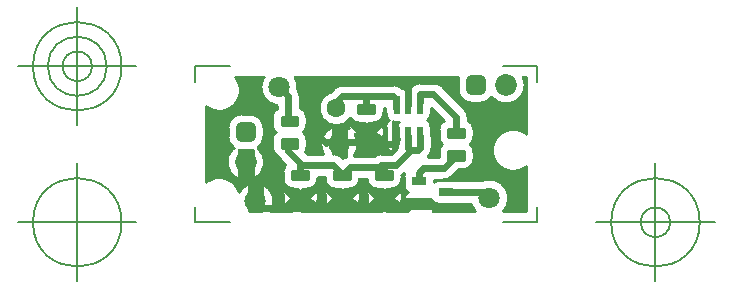
<source format=gbr>
G04 Generated by Ultiboard 14.0 *
%FSLAX34Y34*%
%MOMM*%

%ADD10C,0.0001*%
%ADD11C,0.2540*%
%ADD12C,0.6000*%
%ADD13C,0.5800*%
%ADD14C,0.1270*%
%ADD15C,1.6000*%
%ADD16R,1.2000X0.6800*%
%ADD17R,1.1800X0.5700*%
%ADD18C,0.4200*%
%ADD19R,0.5800X1.5000*%
%ADD20C,1.8500*%
%ADD21R,0.7051X0.7051*%
%ADD22C,0.9949*%
%ADD23C,1.8000*%
%ADD24R,1.1800X0.5800*%


G04 ColorRGB 00FF00 for the following layer *
%LNCopper Top*%
%LPD*%
G54D10*
G36*
X224211Y883103D02*
X224211Y883103D01*
X188486Y883103D01*
G74*
D01*
G03X189259Y886042I6026J3156*
G01*
X189259Y886042D01*
X163661Y886042D01*
G74*
D01*
G03X164434Y883103I6799J217*
G01*
X164434Y883103D01*
X155101Y883103D01*
G74*
D01*
G03X155149Y883113I1794J8730*
G01*
X155149Y883113D01*
X147320Y889357D01*
X139491Y883113D01*
G74*
D01*
G03X139539Y883103I1842J8721*
G01*
X139539Y883103D01*
X119541Y883103D01*
G74*
D01*
G03X119589Y883113I1794J8730*
G01*
X119589Y883113D01*
X111760Y889357D01*
X103931Y883113D01*
G74*
D01*
G03X103979Y883103I1842J8721*
G01*
X103979Y883103D01*
X83732Y883103D01*
G74*
D01*
G03X84037Y883165I1623J8763*
G01*
X84037Y883165D01*
X76200Y889389D01*
X68363Y883165D01*
G74*
D01*
G03X68668Y883103I1928J8702*
G01*
X68668Y883103D01*
X51423Y883103D01*
G75*
D01*
G03X43692Y906285I-13322J8437*
G01*
X43692Y906285D01*
X43692Y883103D01*
X32508Y883103D01*
X32508Y906285D01*
G74*
D01*
G03X24523Y899563I5591J14745*
G01*
G75*
D01*
G03X-3357Y908054I-16903J-5483*
G01*
X-3357Y908054D01*
X-3357Y971546D01*
G75*
D01*
G03X21594Y996497I10982J13969*
G01*
X21594Y996497D01*
X45097Y996497D01*
G75*
D01*
G03X56223Y972444I13322J-8438*
G01*
X56223Y972444D01*
X56223Y969795D01*
G74*
D01*
G03X52187Y962335I4876J7460*
G01*
X52187Y962335D01*
X52187Y956635D01*
G75*
D01*
G03X55194Y949960I8913J0*
G01*
G74*
D01*
G03X52187Y943285I5905J6675*
G01*
X52187Y943285D01*
X52187Y937585D01*
G75*
D01*
G03X57262Y929541I8913J0*
G01*
G74*
D01*
G03X59098Y926996I8777J4397*
G01*
X59098Y926996D01*
X63600Y922493D01*
G74*
D01*
G03X61387Y916615I6699J5878*
G01*
X61387Y916615D01*
X61387Y910915D01*
G75*
D01*
G03X70300Y902002I8913J0*
G01*
X70300Y902002D01*
X73731Y902002D01*
X76200Y900041D01*
X78669Y902002D01*
X82100Y902002D01*
G75*
D01*
G03X91013Y910915I0J8913*
G01*
X91013Y910915D01*
X91013Y912203D01*
X96947Y912203D01*
X96947Y910865D01*
G75*
D01*
G03X105860Y901952I8913J0*
G01*
X105860Y901952D01*
X109404Y901952D01*
X111760Y900073D01*
X114116Y901952D01*
X117660Y901952D01*
G74*
D01*
G03X126562Y910421I0J8913*
G01*
X126562Y910421D01*
X132518Y910421D01*
G75*
D01*
G03X141420Y901952I8902J444*
G01*
X141420Y901952D01*
X144964Y901952D01*
X147320Y900073D01*
X149676Y901952D01*
X153220Y901952D01*
G75*
D01*
G03X162133Y910865I0J8913*
G01*
X162133Y910865D01*
X162133Y913375D01*
G74*
D01*
G03X164310Y914968I4654J8644*
G01*
G74*
D01*
G03X163657Y912060I6149J2908*
G01*
X163657Y912060D01*
X163657Y905260D01*
G75*
D01*
G03X167449Y899160I6803J0*
G01*
G74*
D01*
G03X163661Y893278I3011J6100*
G01*
X163661Y893278D01*
X187126Y893278D01*
G75*
D01*
G03X193460Y888957I6333J2481*
G01*
X193460Y888957D01*
X202991Y888957D01*
G75*
D01*
G03X204540Y888840I1550J10202*
G01*
X204540Y888840D01*
X220817Y888840D01*
G74*
D01*
G03X224211Y883103I15402J5239*
G01*
D02*
G37*
%LPC*%
G36*
X26250Y924600D02*
G75*
D01*
G03X26250Y924600I3750J0*
G01*
D02*
G37*
G36*
X161573Y888706D02*
G75*
D01*
G03X162133Y891815I-8352J3109*
G01*
X162133Y891815D01*
X162133Y897615D01*
G74*
D01*
G03X161573Y900724I8913J0*
G01*
X161573Y900724D01*
X154039Y894715D01*
X161573Y888706D01*
D02*
G37*
G36*
X35100Y891540D02*
G75*
D01*
G03X35100Y891540I3000J0*
G01*
D02*
G37*
G36*
X24319Y934872D02*
G74*
D01*
G03X26475Y934673I2158J11602*
G01*
X26475Y934673D01*
X33525Y934673D01*
G75*
D01*
G03X35681Y934872I-2J11802*
G01*
X35681Y934872D01*
X35681Y909621D01*
G75*
D01*
G03X40338Y936838I-5681J14979*
G01*
G75*
D01*
G03X45327Y946475I-6813J9637*
G01*
X45327Y946475D01*
X45327Y953525D01*
G74*
D01*
G03X33525Y965327I11802J0*
G01*
X33525Y965327D01*
X26475Y965327D01*
G75*
D01*
G03X14673Y953525I0J-11802*
G01*
X14673Y953525D01*
X14673Y946475D01*
G75*
D01*
G03X19662Y936838I11802J0*
G01*
G75*
D01*
G03X24319Y909621I10338J-12238*
G01*
X24319Y909621D01*
X24319Y934872D01*
D02*
G37*
G36*
X90444Y900699D02*
X90444Y900699D01*
X82908Y894715D01*
X90444Y888731D01*
G75*
D01*
G03X91013Y891865I-8344J3134*
G01*
X91013Y891865D01*
X91013Y897565D01*
G74*
D01*
G03X90444Y900699I8913J0*
G01*
D02*
G37*
G36*
X133067Y888706D02*
X133067Y888706D01*
X140601Y894715D01*
X133067Y900724D01*
G74*
D01*
G03X132507Y897615I8352J3109*
G01*
X132507Y897615D01*
X132507Y891815D01*
G75*
D01*
G03X133067Y888706I8913J0*
G01*
D02*
G37*
G36*
X61956Y900699D02*
G74*
D01*
G03X61387Y897565I8344J3134*
G01*
X61387Y897565D01*
X61387Y891865D01*
G75*
D01*
G03X61956Y888731I8913J0*
G01*
X61956Y888731D01*
X69492Y894715D01*
X61956Y900699D01*
D02*
G37*
G36*
X97507Y888706D02*
X97507Y888706D01*
X105041Y894715D01*
X97507Y900724D01*
G74*
D01*
G03X96947Y897615I8352J3109*
G01*
X96947Y897615D01*
X96947Y891815D01*
G75*
D01*
G03X97507Y888706I8913J0*
G01*
D02*
G37*
G36*
X126013Y888706D02*
G75*
D01*
G03X126573Y891815I-8352J3109*
G01*
X126573Y891815D01*
X126573Y897615D01*
G74*
D01*
G03X126013Y900724I8913J0*
G01*
X126013Y900724D01*
X118479Y894715D01*
X126013Y888706D01*
D02*
G37*
%LPD*%
G36*
X223093Y946475D02*
G75*
D01*
G02X220086Y939800I-8913J0*
G01*
G74*
D01*
G02X223093Y933125I5905J6675*
G01*
X223093Y933125D01*
X223093Y927425D01*
G75*
D01*
G02X214180Y918512I-8913J0*
G01*
X214180Y918512D01*
X210401Y918512D01*
X204435Y912546D01*
G74*
D01*
G02X197485Y909663I6949J6934*
G01*
X197485Y909663D01*
X189263Y909663D01*
X189263Y907914D01*
G75*
D01*
G02X193460Y909363I4197J-5353*
G01*
X193460Y909363D01*
X202991Y909363D01*
G75*
D01*
G02X204540Y909480I1550J-10202*
G01*
X204540Y909480D01*
X230970Y909480D01*
G75*
D01*
G02X248229Y883103I5250J-15400*
G01*
X248229Y883103D01*
X267517Y883103D01*
X267517Y920746D01*
G75*
D01*
G02X267517Y948694I-10976J13974*
G01*
X267517Y948694D01*
X267517Y996497D01*
X265043Y996497D01*
G75*
D01*
G02X238162Y979662I-14640J-6502*
G01*
G74*
D01*
G02X228525Y974673I9637J6813*
G01*
X228525Y974673D01*
X221475Y974673D01*
G75*
D01*
G02X209673Y986475I0J11802*
G01*
X209673Y986475D01*
X209673Y993525D01*
G74*
D01*
G02X210053Y996497I11802J1*
G01*
X210053Y996497D01*
X71743Y996497D01*
G75*
D01*
G02X74067Y986092I-13322J-8438*
G01*
G74*
D01*
G02X75857Y980440I8027J5652*
G01*
X75857Y980440D01*
X75857Y970743D01*
G74*
D01*
G02X81813Y962335I2956J8407*
G01*
X81813Y962335D01*
X81813Y956635D01*
G75*
D01*
G02X78806Y949960I-8913J0*
G01*
G74*
D01*
G02X81813Y943285I5905J6675*
G01*
X81813Y943285D01*
X81813Y937585D01*
G75*
D01*
G02X80660Y933201I-8913J1*
G01*
X80660Y933201D01*
X82024Y931837D01*
X95608Y931837D01*
G75*
D01*
G02X103628Y954545I13612J7963*
G01*
X103628Y954545D01*
X103628Y931837D01*
X104140Y931837D01*
G74*
D01*
G02X111090Y928954I1J9817*
G01*
X111090Y928954D01*
X112217Y927827D01*
G74*
D01*
G02X114145Y929064I6229J7588*
G01*
G74*
D01*
G02X114812Y929359I4301J8823*
G01*
X114812Y929359D01*
X114812Y954545D01*
G74*
D01*
G02X117267Y953362I5592J14744*
G01*
X117267Y953362D01*
X117267Y953495D01*
G74*
D01*
G02X117827Y956604I8913J0*
G01*
X117827Y956604D01*
X125361Y950595D01*
X122497Y948310D01*
G75*
D01*
G02X124988Y939582I-13277J-8509*
G01*
X124988Y939582D01*
X132080Y945237D01*
X139909Y938993D01*
G74*
D01*
G02X137980Y938782I1928J8702*
G01*
X137980Y938782D01*
X126180Y938782D01*
G75*
D01*
G02X124962Y938866I3J8913*
G01*
G74*
D01*
G02X121619Y930056I15741J934*
G01*
X121619Y930056D01*
X139140Y930056D01*
G75*
D01*
G02X144780Y931837I5639J-8036*
G01*
X144780Y931837D01*
X153414Y931837D01*
X154441Y932864D01*
G75*
D01*
G02X148437Y939620I799J6756*
G01*
X148437Y939620D01*
X148437Y954620D01*
G74*
D01*
G02X151237Y960120I6803J1*
G01*
G75*
D01*
G02X148437Y965620I4002J5500*
G01*
X148437Y965620D01*
X148437Y966458D01*
G75*
D01*
G02X147663Y970280I9043J3821*
G01*
X147663Y970280D01*
X147663Y970623D01*
X146893Y970623D01*
X146893Y966745D01*
G75*
D01*
G02X137980Y957832I-8913J0*
G01*
X137980Y957832D01*
X134436Y957832D01*
X132080Y955953D01*
X129724Y957832D01*
X126180Y957832D01*
G75*
D01*
G02X118769Y961794I0J8913*
G01*
G75*
D01*
G02X101577Y984140I-12089J8485*
G01*
X101577Y984140D01*
X104818Y987382D01*
G74*
D01*
G02X110327Y990152I6941J6942*
G01*
G75*
D01*
G02X111760Y990257I1432J-9712*
G01*
X111760Y990257D01*
X154940Y990257D01*
G74*
D01*
G02X161890Y987374I1J9817*
G01*
X161890Y987374D01*
X161895Y987369D01*
G74*
D01*
G02X162890Y987166I858J6748*
G01*
G74*
D01*
G02X164199Y987401I1851J6545*
G01*
X164199Y987401D01*
X164199Y986645D01*
G74*
D01*
G02X167640Y982268I3159J6024*
G01*
G74*
D01*
G02X167940Y983186I6599J1649*
G01*
G75*
D01*
G02X177700Y991946I9760J-1057*
G01*
X177700Y991946D01*
X188810Y991946D01*
G75*
D01*
G02X188954Y991945I4J-9817*
G01*
G74*
D01*
G02X195761Y989062I143J9816*
G01*
X195761Y989062D01*
X215214Y969610D01*
G74*
D01*
G02X218097Y962660I6934J6949*
G01*
X218097Y962660D01*
X218097Y960181D01*
G74*
D01*
G02X223093Y952175I3916J8006*
G01*
X223093Y952175D01*
X223093Y946475D01*
D02*
G37*
%LPC*%
G36*
X106220Y939800D02*
G75*
D01*
G02X106220Y939800I3000J0*
G01*
D02*
G37*
G36*
X146333Y944586D02*
X146333Y944586D01*
X138799Y950595D01*
X146333Y956604D01*
G74*
D01*
G02X146893Y953495I8352J3109*
G01*
X146893Y953495D01*
X146893Y947695D01*
G75*
D01*
G02X146333Y944586I-8913J0*
G01*
D02*
G37*
%LPD*%
G36*
X196474Y939800D02*
G75*
D01*
G02X193467Y946475I5905J6675*
G01*
X193467Y946475D01*
X193467Y952175D01*
G74*
D01*
G02X197454Y959603I8913J0*
G01*
X197454Y959603D01*
X186843Y970214D01*
X186843Y965620D01*
G75*
D01*
G02X184043Y960120I-6803J1*
G01*
G74*
D01*
G02X186843Y954620I4002J5500*
G01*
X186843Y954620D01*
X186843Y950282D01*
G74*
D01*
G02X187617Y946460I9043J3821*
G01*
X187617Y946460D01*
X187617Y936477D01*
G75*
D01*
G02X184736Y929530I-9817J0*
G01*
X184736Y929530D01*
X184504Y929297D01*
X193419Y929297D01*
X193467Y929346D01*
X193467Y933125D01*
G74*
D01*
G02X196474Y939800I8913J0*
G01*
D02*
G37*
G36*
X154699Y958839D02*
X154699Y958839D01*
X154699Y933123D01*
X157825Y936249D01*
G75*
D01*
G02X157823Y936477I9815J200*
G01*
X157823Y936477D01*
X157823Y947120D01*
G74*
D01*
G02X157937Y948615I9817J3*
G01*
X157937Y948615D01*
X157937Y954620D01*
G74*
D01*
G02X159386Y958817I6803J0*
G01*
X159386Y958817D01*
X155240Y958817D01*
G75*
D01*
G02X154699Y958839I6J6803*
G01*
D02*
G37*
G54D11*
X26250Y924600D02*
G75*
D01*
G03X26250Y924600I3750J0*
G01*
X161573Y888706D02*
G75*
D01*
G03X162133Y891815I-8352J3109*
G01*
X162133Y897615D01*
G74*
D01*
G03X161573Y900724I8913J0*
G01*
X154039Y894715D01*
X161573Y888706D01*
X35100Y891540D02*
G75*
D01*
G03X35100Y891540I3000J0*
G01*
X24319Y934872D02*
G74*
D01*
G03X26475Y934673I2158J11602*
G01*
X33525Y934673D01*
G75*
D01*
G03X35681Y934872I-2J11802*
G01*
X35681Y909621D01*
G75*
D01*
G03X40338Y936838I-5681J14979*
G01*
G75*
D01*
G03X45327Y946475I-6813J9637*
G01*
X45327Y953525D01*
G74*
D01*
G03X33525Y965327I11802J0*
G01*
X26475Y965327D01*
G75*
D01*
G03X14673Y953525I0J-11802*
G01*
X14673Y946475D01*
G75*
D01*
G03X19662Y936838I11802J0*
G01*
G75*
D01*
G03X24319Y909621I10338J-12238*
G01*
X24319Y934872D01*
X90444Y900699D02*
X82908Y894715D01*
X90444Y888731D01*
G75*
D01*
G03X91013Y891865I-8344J3134*
G01*
X91013Y897565D01*
G74*
D01*
G03X90444Y900699I8913J0*
G01*
X133067Y888706D02*
X140601Y894715D01*
X133067Y900724D01*
G74*
D01*
G03X132507Y897615I8352J3109*
G01*
X132507Y891815D01*
G75*
D01*
G03X133067Y888706I8913J0*
G01*
X61956Y900699D02*
G74*
D01*
G03X61387Y897565I8344J3134*
G01*
X61387Y891865D01*
G75*
D01*
G03X61956Y888731I8913J0*
G01*
X69492Y894715D01*
X61956Y900699D01*
X97507Y888706D02*
X105041Y894715D01*
X97507Y900724D01*
G74*
D01*
G03X96947Y897615I8352J3109*
G01*
X96947Y891815D01*
G75*
D01*
G03X97507Y888706I8913J0*
G01*
X126013Y888706D02*
G75*
D01*
G03X126573Y891815I-8352J3109*
G01*
X126573Y897615D01*
G74*
D01*
G03X126013Y900724I8913J0*
G01*
X118479Y894715D01*
X126013Y888706D01*
X224211Y883103D02*
X188486Y883103D01*
G74*
D01*
G03X189259Y886042I6026J3156*
G01*
X163661Y886042D01*
G74*
D01*
G03X164434Y883103I6799J217*
G01*
X155101Y883103D01*
G74*
D01*
G03X155149Y883113I1794J8730*
G01*
X147320Y889357D01*
X139491Y883113D01*
G74*
D01*
G03X139539Y883103I1842J8721*
G01*
X119541Y883103D01*
G74*
D01*
G03X119589Y883113I1794J8730*
G01*
X111760Y889357D01*
X103931Y883113D01*
G74*
D01*
G03X103979Y883103I1842J8721*
G01*
X83732Y883103D01*
G74*
D01*
G03X84037Y883165I1623J8763*
G01*
X76200Y889389D01*
X68363Y883165D01*
G74*
D01*
G03X68668Y883103I1928J8702*
G01*
X51423Y883103D01*
G75*
D01*
G03X43692Y906285I-13322J8437*
G01*
X43692Y883103D01*
X32508Y883103D01*
X32508Y906285D01*
G74*
D01*
G03X24523Y899563I5591J14745*
G01*
G75*
D01*
G03X-3357Y908054I-16903J-5483*
G01*
X-3357Y971546D01*
G75*
D01*
G03X21594Y996497I10982J13969*
G01*
X45097Y996497D01*
G75*
D01*
G03X56223Y972444I13322J-8438*
G01*
X56223Y969795D01*
G74*
D01*
G03X52187Y962335I4876J7460*
G01*
X52187Y956635D01*
G75*
D01*
G03X55194Y949960I8913J0*
G01*
G74*
D01*
G03X52187Y943285I5905J6675*
G01*
X52187Y937585D01*
G75*
D01*
G03X57262Y929541I8913J0*
G01*
G74*
D01*
G03X59098Y926996I8777J4397*
G01*
X63600Y922493D01*
G74*
D01*
G03X61387Y916615I6699J5878*
G01*
X61387Y910915D01*
G75*
D01*
G03X70300Y902002I8913J0*
G01*
X73731Y902002D01*
X76200Y900041D01*
X78669Y902002D01*
X82100Y902002D01*
G75*
D01*
G03X91013Y910915I0J8913*
G01*
X91013Y912203D01*
X96947Y912203D01*
X96947Y910865D01*
G75*
D01*
G03X105860Y901952I8913J0*
G01*
X109404Y901952D01*
X111760Y900073D01*
X114116Y901952D01*
X117660Y901952D01*
G74*
D01*
G03X126562Y910421I0J8913*
G01*
X132518Y910421D01*
G75*
D01*
G03X141420Y901952I8902J444*
G01*
X144964Y901952D01*
X147320Y900073D01*
X149676Y901952D01*
X153220Y901952D01*
G75*
D01*
G03X162133Y910865I0J8913*
G01*
X162133Y913375D01*
G74*
D01*
G03X164310Y914968I4654J8644*
G01*
G74*
D01*
G03X163657Y912060I6149J2908*
G01*
X163657Y905260D01*
G75*
D01*
G03X167449Y899160I6803J0*
G01*
G74*
D01*
G03X163661Y893278I3011J6100*
G01*
X187126Y893278D01*
G75*
D01*
G03X193460Y888957I6333J2481*
G01*
X202991Y888957D01*
G75*
D01*
G03X204540Y888840I1550J10202*
G01*
X220817Y888840D01*
G74*
D01*
G03X224211Y883103I15402J5239*
G01*
X196474Y939800D02*
G75*
D01*
G02X193467Y946475I5905J6675*
G01*
X193467Y952175D01*
G74*
D01*
G02X197454Y959603I8913J0*
G01*
X186843Y970214D01*
X186843Y965620D01*
G75*
D01*
G02X184043Y960120I-6803J1*
G01*
G74*
D01*
G02X186843Y954620I4002J5500*
G01*
X186843Y950282D01*
G74*
D01*
G02X187617Y946460I9043J3821*
G01*
X187617Y936477D01*
G75*
D01*
G02X184736Y929530I-9817J0*
G01*
X184504Y929297D01*
X193419Y929297D01*
X193467Y929346D01*
X193467Y933125D01*
G74*
D01*
G02X196474Y939800I8913J0*
G01*
X106220Y939800D02*
G75*
D01*
G02X106220Y939800I3000J0*
G01*
X146333Y944586D02*
X138799Y950595D01*
X146333Y956604D01*
G74*
D01*
G02X146893Y953495I8352J3109*
G01*
X146893Y947695D01*
G75*
D01*
G02X146333Y944586I-8913J0*
G01*
X223093Y946475D02*
G75*
D01*
G02X220086Y939800I-8913J0*
G01*
G74*
D01*
G02X223093Y933125I5905J6675*
G01*
X223093Y927425D01*
G75*
D01*
G02X214180Y918512I-8913J0*
G01*
X210401Y918512D01*
X204435Y912546D01*
G74*
D01*
G02X197485Y909663I6949J6934*
G01*
X189263Y909663D01*
X189263Y907914D01*
G75*
D01*
G02X193460Y909363I4197J-5353*
G01*
X202991Y909363D01*
G75*
D01*
G02X204540Y909480I1550J-10202*
G01*
X230970Y909480D01*
G75*
D01*
G02X248229Y883103I5250J-15400*
G01*
X267517Y883103D01*
X267517Y920746D01*
G75*
D01*
G02X267517Y948694I-10976J13974*
G01*
X267517Y996497D01*
X265043Y996497D01*
G75*
D01*
G02X238162Y979662I-14640J-6502*
G01*
G74*
D01*
G02X228525Y974673I9637J6813*
G01*
X221475Y974673D01*
G75*
D01*
G02X209673Y986475I0J11802*
G01*
X209673Y993525D01*
G74*
D01*
G02X210053Y996497I11802J1*
G01*
X71743Y996497D01*
G75*
D01*
G02X74067Y986092I-13322J-8438*
G01*
G74*
D01*
G02X75857Y980440I8027J5652*
G01*
X75857Y970743D01*
G74*
D01*
G02X81813Y962335I2956J8407*
G01*
X81813Y956635D01*
G75*
D01*
G02X78806Y949960I-8913J0*
G01*
G74*
D01*
G02X81813Y943285I5905J6675*
G01*
X81813Y937585D01*
G75*
D01*
G02X80660Y933201I-8913J1*
G01*
X82024Y931837D01*
X95608Y931837D01*
G75*
D01*
G02X103628Y954545I13612J7963*
G01*
X103628Y931837D01*
X104140Y931837D01*
G74*
D01*
G02X111090Y928954I1J9817*
G01*
X112217Y927827D01*
G74*
D01*
G02X114145Y929064I6229J7588*
G01*
G74*
D01*
G02X114812Y929359I4301J8823*
G01*
X114812Y954545D01*
G74*
D01*
G02X117267Y953362I5592J14744*
G01*
X117267Y953495D01*
G74*
D01*
G02X117827Y956604I8913J0*
G01*
X125361Y950595D01*
X122497Y948310D01*
G75*
D01*
G02X124988Y939582I-13277J-8509*
G01*
X132080Y945237D01*
X139909Y938993D01*
G74*
D01*
G02X137980Y938782I1928J8702*
G01*
X126180Y938782D01*
G75*
D01*
G02X124962Y938866I3J8913*
G01*
G74*
D01*
G02X121619Y930056I15741J934*
G01*
X139140Y930056D01*
G75*
D01*
G02X144780Y931837I5639J-8036*
G01*
X153414Y931837D01*
X154441Y932864D01*
G75*
D01*
G02X148437Y939620I799J6756*
G01*
X148437Y954620D01*
G74*
D01*
G02X151237Y960120I6803J1*
G01*
G75*
D01*
G02X148437Y965620I4002J5500*
G01*
X148437Y966458D01*
G75*
D01*
G02X147663Y970280I9043J3821*
G01*
X147663Y970623D01*
X146893Y970623D01*
X146893Y966745D01*
G75*
D01*
G02X137980Y957832I-8913J0*
G01*
X134436Y957832D01*
X132080Y955953D01*
X129724Y957832D01*
X126180Y957832D01*
G75*
D01*
G02X118769Y961794I0J8913*
G01*
G75*
D01*
G02X101577Y984140I-12089J8485*
G01*
X104818Y987382D01*
G74*
D01*
G02X110327Y990152I6941J6942*
G01*
G75*
D01*
G02X111760Y990257I1432J-9712*
G01*
X154940Y990257D01*
G74*
D01*
G02X161890Y987374I1J9817*
G01*
X161895Y987369D01*
G74*
D01*
G02X162890Y987166I858J6748*
G01*
G74*
D01*
G02X164199Y987401I1851J6545*
G01*
X164199Y986645D01*
G74*
D01*
G02X167640Y982268I3159J6024*
G01*
G74*
D01*
G02X167940Y983186I6599J1649*
G01*
G75*
D01*
G02X177700Y991946I9760J-1057*
G01*
X188810Y991946D01*
G75*
D01*
G02X188954Y991945I4J-9817*
G01*
G74*
D01*
G02X195761Y989062I143J9816*
G01*
X215214Y969610D01*
G74*
D01*
G02X218097Y962660I6934J6949*
G01*
X218097Y960181D01*
G74*
D01*
G02X223093Y952175I3916J8006*
G01*
X223093Y946475D01*
X154699Y958839D02*
X154699Y933123D01*
X157825Y936249D01*
G75*
D01*
G02X157823Y936477I9815J200*
G01*
X157823Y947120D01*
G74*
D01*
G02X157937Y948615I9817J3*
G01*
X157937Y954620D01*
G74*
D01*
G02X159386Y958817I6803J0*
G01*
X155240Y958817D01*
G75*
D01*
G02X154699Y958839I6J6803*
G01*
G54D12*
X154940Y980440D02*
X157480Y977900D01*
X111760Y980440D02*
X154940Y980440D01*
X44100Y885540D02*
X74930Y885540D01*
X38100Y891540D02*
X44100Y885540D01*
X98119Y941399D02*
X136219Y941399D01*
X98119Y941399D02*
X97790Y941070D01*
X88900Y967740D02*
X88900Y949960D01*
X97790Y941070D01*
X111760Y980440D02*
X106680Y975360D01*
X106680Y970280D01*
X167640Y988060D02*
X161290Y994410D01*
X177500Y980371D02*
X177500Y975469D01*
X177700Y982129D02*
X188811Y982129D01*
X58420Y988060D02*
X66040Y980440D01*
X66040Y959485D01*
X66040Y940435D02*
X66040Y933937D01*
X73660Y926317D01*
X102870Y994410D02*
X88900Y980440D01*
X161290Y994410D02*
X102870Y994410D01*
X88900Y980440D02*
X88900Y967740D01*
X208280Y962660D02*
X188811Y982129D01*
X208280Y949325D02*
X208280Y962660D01*
X176460Y915740D02*
X176460Y910660D01*
X176460Y915740D02*
X180200Y919480D01*
X197485Y919480D01*
X208280Y930275D01*
X204540Y899160D02*
X233680Y899160D01*
X228600Y899160D01*
X236220Y896620D02*
X233680Y899160D01*
X131233Y945727D02*
X137160Y939800D01*
X153360Y939800D01*
X158140Y944580D01*
X77957Y885190D02*
X144780Y885190D01*
X77957Y885190D02*
X76200Y886947D01*
X76200Y894715D01*
X111760Y894927D02*
X111760Y886460D01*
X144780Y885190D02*
X147320Y887730D01*
X149860Y885190D02*
X147320Y887730D01*
X149860Y885190D02*
X166370Y885190D01*
X147320Y894927D02*
X147320Y886027D01*
X166370Y885190D02*
X170840Y889660D01*
X176460Y889660D01*
X157480Y970280D02*
X157480Y977900D01*
X132080Y969433D02*
X132080Y980440D01*
X167640Y947120D02*
X167640Y936477D01*
X170180Y934720D02*
X157480Y922020D01*
X169397Y934720D02*
X176043Y934720D01*
X169397Y934720D02*
X168519Y935599D01*
X157480Y922020D02*
X144780Y922020D01*
X176043Y934720D02*
X177800Y936477D01*
X177800Y946460D01*
X118445Y920239D02*
X144804Y920239D01*
X148162Y916881D01*
X148162Y914395D01*
X111760Y913553D02*
X118445Y920239D01*
X148162Y914395D02*
X147320Y913553D01*
X104140Y922020D02*
X111760Y914400D01*
X111760Y913553D01*
X77957Y922020D02*
X104140Y922020D01*
X76200Y922020D02*
X76200Y913765D01*
X73660Y926317D02*
X77957Y922020D01*
G54D13*
X167640Y973120D02*
X167640Y988060D01*
G54D14*
X-12700Y873760D02*
X-12700Y886968D01*
X-12700Y873760D02*
X16256Y873760D01*
X276860Y873760D02*
X247904Y873760D01*
X276860Y873760D02*
X276860Y886968D01*
X276860Y1005840D02*
X276860Y992632D01*
X276860Y1005840D02*
X247904Y1005840D01*
X-12700Y1005840D02*
X16256Y1005840D01*
X-12700Y1005840D02*
X-12700Y992632D01*
X-62700Y873760D02*
X-162700Y873760D01*
X-112700Y823760D02*
X-112700Y923760D01*
X-150200Y873760D02*
G75*
D01*
G02X-150200Y873760I37500J0*
G01*
X326860Y873760D02*
X426860Y873760D01*
X376860Y823760D02*
X376860Y923760D01*
X339360Y873760D02*
G75*
D01*
G02X339360Y873760I37500J0*
G01*
X364360Y873760D02*
G75*
D01*
G02X364360Y873760I12500J0*
G01*
X-62700Y1005840D02*
X-162700Y1005840D01*
X-112700Y955840D02*
X-112700Y1055840D01*
X-150200Y1005840D02*
G75*
D01*
G02X-150200Y1005840I37500J0*
G01*
X-137700Y1005840D02*
G75*
D01*
G02X-137700Y1005840I25000J0*
G01*
X-125200Y1005840D02*
G75*
D01*
G02X-125200Y1005840I12500J0*
G01*
G54D15*
X106680Y970280D03*
G54D16*
X176460Y889660D03*
X199460Y899160D03*
X176460Y908660D03*
G54D17*
X208280Y930275D03*
X208280Y949325D03*
X76200Y894715D03*
X76200Y913765D03*
X67000Y940435D03*
X67000Y959485D03*
G54D18*
X202380Y927425D02*
X214180Y927425D01*
X214180Y933125D01*
X202380Y933125D01*
X202380Y927425D01*D02*
X202380Y946475D02*
X214180Y946475D01*
X214180Y952175D01*
X202380Y952175D01*
X202380Y946475D01*D02*
X70300Y891865D02*
X82100Y891865D01*
X82100Y897565D01*
X70300Y897565D01*
X70300Y891865D01*D02*
X70300Y910915D02*
X82100Y910915D01*
X82100Y916615D01*
X70300Y916615D01*
X70300Y910915D01*D02*
X61100Y937585D02*
X72900Y937585D01*
X72900Y943285D01*
X61100Y943285D01*
X61100Y937585D01*D02*
X61100Y956635D02*
X72900Y956635D01*
X72900Y962335D01*
X61100Y962335D01*
X61100Y956635D01*D02*
X126180Y947695D02*
X137980Y947695D01*
X137980Y953495D01*
X126180Y953495D01*
X126180Y947695D01*D02*
X126180Y966745D02*
X137980Y966745D01*
X137980Y972545D01*
X126180Y972545D01*
X126180Y966745D01*D02*
X105860Y891815D02*
X117660Y891815D01*
X117660Y897615D01*
X105860Y897615D01*
X105860Y891815D01*D02*
X105860Y910865D02*
X117660Y910865D01*
X117660Y916665D01*
X105860Y916665D01*
X105860Y910865D01*D02*
X141420Y891815D02*
X153220Y891815D01*
X153220Y897615D01*
X141420Y897615D01*
X141420Y891815D01*D02*
X141420Y910865D02*
X153220Y910865D01*
X153220Y916665D01*
X141420Y916665D01*
X141420Y910865D01*D02*
G54D19*
X158140Y947120D03*
X177140Y947120D03*
X167640Y947120D03*
X158140Y973120D03*
X167640Y973120D03*
X177140Y973120D03*
G54D20*
X250400Y990000D03*
X30000Y924600D03*
G54D21*
X225000Y990000D03*
X30000Y950000D03*
G54D22*
X221475Y986475D02*
X228525Y986475D01*
X228525Y993525D01*
X221475Y993525D01*
X221475Y986475D01*D02*
X26475Y946475D02*
X33525Y946475D01*
X33525Y953525D01*
X26475Y953525D01*
X26475Y946475D01*D02*
G54D23*
X58420Y988060D03*
X109220Y939800D03*
X38100Y891540D03*
X236220Y894080D03*
G54D24*
X132080Y950595D03*
X132080Y969645D03*
X111760Y894715D03*
X111760Y913765D03*
X147320Y894715D03*
X147320Y913765D03*

M02*

</source>
